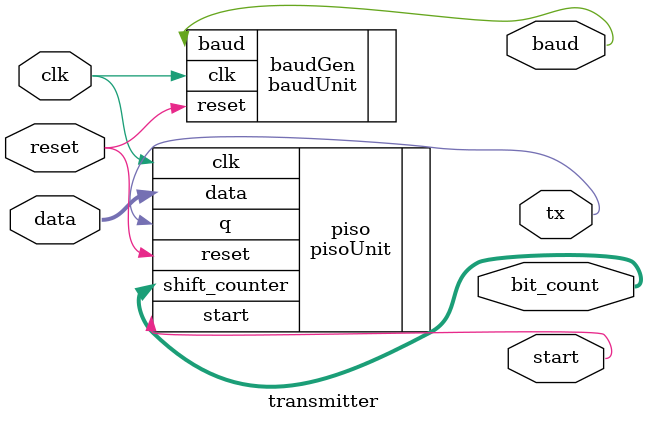
<source format=v>
`timescale 1ns/1ps

module transmitter #(parameter WIDTH = 8) (
        input clk,
        input [7:0] data,
        input reset,
        output baud,
        output tx,
        output [3:0] bit_count,
        output start
    );

    pisoUnit piso (
        .clk(clk),
        .reset(reset),
        .data(data),
        .shift_counter(bit_count),
        .q(tx),
        .start(start)
    );
    
    baudUnit baudGen (
        .clk(clk),
        .baud(baud),
        .reset(reset)
    );

endmodule

</source>
